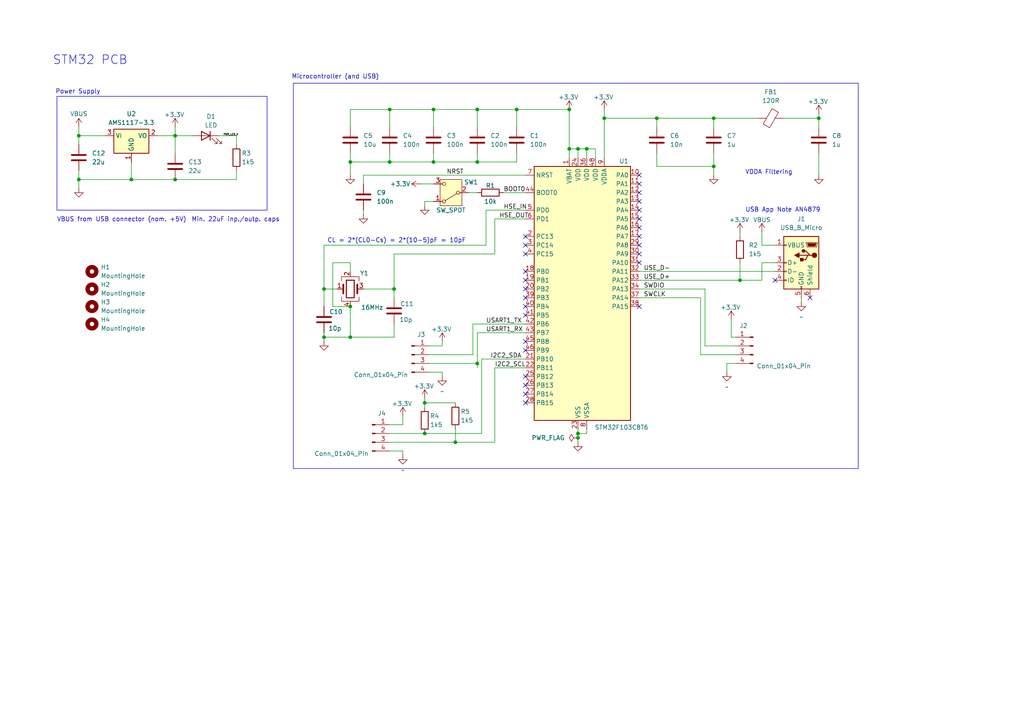
<source format=kicad_sch>
(kicad_sch (version 20231120) (generator "eeschema") (generator_version "8.0")
  (paper "A4")
  (title_block (title "PCB") (date "2025-01-07") (rev "0.1") (company "B"))
  (lib_symbols
    (symbol "Connector:Conn_01x04_Pin" (pin_names (offset 1.016) hide)
      (property "Reference" "J" (at 0 5.08 0))
      (property "Value" "Conn_01x04_Pin" (at 0 -7.62 0))
      (symbol "Conn_01x04_Pin_1_1"
        (polyline (pts (xy 1.27 -5.08) (xy 0.8636 -5.08)) (stroke (width 0.1524)))
        (polyline (pts (xy 1.27 -2.54) (xy 0.8636 -2.54)) (stroke (width 0.1524)))
        (polyline (pts (xy 1.27 0) (xy 0.8636 0)) (stroke (width 0.1524)))
        (polyline (pts (xy 1.27 2.54) (xy 0.8636 2.54)) (stroke (width 0.1524)))
        (rectangle (start 0.8636 -4.953) (end 0 -5.207) (stroke (width 0.1524)) (fill (type outline)))
        (rectangle (start 0.8636 -2.413) (end 0 -2.667) (stroke (width 0.1524)) (fill (type outline)))
        (rectangle (start 0.8636 0.127) (end 0 -0.127) (stroke (width 0.1524)) (fill (type outline)))
        (rectangle (start 0.8636 2.667) (end 0 2.413) (stroke (width 0.1524)) (fill (type outline)))
        (pin passive line (at 5.08 2.54 180) (length 3.81) (name "Pin_1") (number "1"))
        (pin passive line (at 5.08 0 180) (length 3.81) (name "Pin_2") (number "2"))
        (pin passive line (at 5.08 -2.54 180) (length 3.81) (name "Pin_3") (number "3"))
        (pin passive line (at 5.08 -5.08 180) (length 3.81) (name "Pin_4") (number "4"))
      )
    )
    (symbol "Connector:USB_B_Micro" (pin_names (offset 1.016))
      (property "Reference" "J" (at -5.08 11.43 0))
      (property "Value" "USB_B_Micro" (at -5.08 8.89 0))
      (symbol "USB_B_Micro_0_1"
        (rectangle (start -5.08 -7.62) (end 5.08 7.62) (stroke (width 0.254)) (fill (type background)))
        (circle (center -3.81 2.159) (radius 0.635) (stroke (width 0.254)) (fill (type outline)))
        (circle (center -0.635 3.429) (radius 0.381) (stroke (width 0.254)) (fill (type outline)))
        (rectangle (start -0.127 -7.62) (end 0.127 -6.858))
        (polyline (pts (xy -1.905 2.159) (xy 0.635 2.159)) (stroke (width 0.254)))
        (polyline (pts (xy -3.175 2.159) (xy -2.54 2.159) (xy -1.27 3.429) (xy -0.635 3.429)) (stroke (width 0.254)))
        (polyline (pts (xy -2.54 2.159) (xy -1.905 2.159) (xy -1.27 0.889) (xy 0 0.889)) (stroke (width 0.254)))
        (polyline (pts (xy 0.635 2.794) (xy 0.635 1.524) (xy 1.905 2.159) (xy 0.635 2.794)) (stroke (width 0.254)) (fill (type outline)))
        (polyline (pts (xy -4.318 5.588) (xy -1.778 5.588) (xy -2.032 4.826) (xy -4.064 4.826) (xy -4.318 5.588)) (fill (type outline)))
        (polyline (pts (xy -4.699 5.842) (xy -4.699 5.588) (xy -4.445 4.826) (xy -4.445 4.572) (xy -1.651 4.572) (xy -1.651 4.826) (xy -1.397 5.588) (xy -1.397 5.842) (xy -4.699 5.842)))
        (rectangle (start 0.254 1.27) (end -0.508 0.508) (stroke (width 0.254)) (fill (type outline)))
        (rectangle (start 5.08 -5.207) (end 4.318 -4.953))
        (rectangle (start 5.08 -2.667) (end 4.318 -2.413))
        (rectangle (start 5.08 -0.127) (end 4.318 0.127))
        (rectangle (start 5.08 4.953) (end 4.318 5.207))
      )
      (symbol "USB_B_Micro_1_1"
        (pin power_out line (at 7.62 5.08 180) (length 2.54) (name "VBUS") (number "1"))
        (pin bidirectional line (at 7.62 -2.54 180) (length 2.54) (name "D-") (number "2"))
        (pin bidirectional line (at 7.62 0 180) (length 2.54) (name "D+") (number "3"))
        (pin passive line (at 7.62 -5.08 180) (length 2.54) (name "ID") (number "4"))
        (pin power_out line (at 0 -10.16 90) (length 2.54) (name "GND") (number "5"))
        (pin passive line (at -2.54 -10.16 90) (length 2.54) (name "Shield") (number "6"))
      )
    )
    (symbol "Device:C" (pin_numbers hide) (pin_names (offset 0.254))
      (property "Reference" "C" (at 0.635 2.54 0))
      (property "Value" "C" (at 0.635 -2.54 0))
      (symbol "C_0_1"
        (polyline (pts (xy -2.032 -0.762) (xy 2.032 -0.762)) (stroke (width 0.508)))
        (polyline (pts (xy -2.032 0.762) (xy 2.032 0.762)) (stroke (width 0.508)))
      )
      (symbol "C_1_1"
        (pin passive line (at 0 3.81 270) (length 2.794) (name "~") (number "1"))
        (pin passive line (at 0 -3.81 90) (length 2.794) (name "~") (number "2"))
      )
    )
    (symbol "Device:Crystal_GND24" (pin_names (offset 1.016) hide)
      (property "Reference" "Y" (at 3.175 5.08 0))
      (property "Value" "Crystal_GND24" (at 3.175 3.175 0))
      (symbol "Crystal_GND24_0_1"
        (rectangle (start -1.143 2.54) (end 1.143 -2.54) (stroke (width 0.3048)))
        (polyline (pts (xy -2.54 0) (xy -2.032 0)))
        (polyline (pts (xy -2.032 -1.27) (xy -2.032 1.27)) (stroke (width 0.508)))
        (polyline (pts (xy 0 -3.81) (xy 0 -3.556)))
        (polyline (pts (xy 0 3.556) (xy 0 3.81)))
        (polyline (pts (xy 2.032 -1.27) (xy 2.032 1.27)) (stroke (width 0.508)))
        (polyline (pts (xy 2.032 0) (xy 2.54 0)))
        (polyline (pts (xy -2.54 -2.286) (xy -2.54 -3.556) (xy 2.54 -3.556) (xy 2.54 -2.286)))
        (polyline (pts (xy -2.54 2.286) (xy -2.54 3.556) (xy 2.54 3.556) (xy 2.54 2.286)))
      )
      (symbol "Crystal_GND24_1_1"
        (pin passive line (at -3.81 0 0) (length 1.27) (name "1") (number "1"))
        (pin passive line (at 0 5.08 270) (length 1.27) (name "2") (number "2"))
        (pin passive line (at 3.81 0 180) (length 1.27) (name "3") (number "3"))
        (pin passive line (at 0 -5.08 90) (length 1.27) (name "4") (number "4"))
      )
    )
    (symbol "Device:FerriteBead" (pin_numbers hide) (pin_names (offset 0))
      (property "Reference" "FB" (at -3.81 0.635 90))
      (property "Value" "FerriteBead" (at 3.81 0 90))
      (symbol "FerriteBead_0_1"
        (polyline (pts (xy 0 -1.27) (xy 0 -1.2192)))
        (polyline (pts (xy 0 1.27) (xy 0 1.2954)))
        (polyline (pts (xy -2.7686 0.4064) (xy -1.7018 2.2606) (xy 2.7686 -0.3048) (xy 1.6764 -2.159) (xy -2.7686 0.4064)))
      )
      (symbol "FerriteBead_1_1"
        (pin passive line (at 0 3.81 270) (length 2.54) (name "~") (number "1"))
        (pin passive line (at 0 -3.81 90) (length 2.54) (name "~") (number "2"))
      )
    )
    (symbol "Device:LED" (pin_numbers hide) (pin_names (offset 1.016) hide)
      (property "Reference" "D" (at 0 2.54 0))
      (property "Value" "LED" (at 0 -2.54 0))
      (symbol "LED_0_1"
        (polyline (pts (xy -1.27 -1.27) (xy -1.27 1.27)) (stroke (width 0.254)))
        (polyline (pts (xy -1.27 0) (xy 1.27 0)))
        (polyline (pts (xy 1.27 -1.27) (xy 1.27 1.27) (xy -1.27 0) (xy 1.27 -1.27)) (stroke (width 0.254)))
        (polyline (pts (xy -3.048 -0.762) (xy -4.572 -2.286) (xy -3.81 -2.286) (xy -4.572 -2.286) (xy -4.572 -1.524)))
        (polyline (pts (xy -1.778 -0.762) (xy -3.302 -2.286) (xy -2.54 -2.286) (xy -3.302 -2.286) (xy -3.302 -1.524)))
      )
      (symbol "LED_1_1"
        (pin passive line (at -3.81 0 0) (length 2.54) (name "K") (number "1"))
        (pin passive line (at 3.81 0 180) (length 2.54) (name "A") (number "2"))
      )
    )
    (symbol "Device:R" (pin_numbers hide) (pin_names (offset 0))
      (property "Reference" "R" (at 2.032 0 90))
      (property "Value" "R" (at 0 0 90))
      (symbol "R_0_1"
        (rectangle (start -1.016 -2.54) (end 1.016 2.54) (stroke (width 0.254)))
      )
      (symbol "R_1_1"
        (pin passive line (at 0 3.81 270) (length 1.27) (name "~") (number "1"))
        (pin passive line (at 0 -3.81 90) (length 1.27) (name "~") (number "2"))
      )
    )
    (symbol "MCU_ST_STM32F1:STM32F103C8Tx"
      (property "Reference" "U" (at -12.7 39.37 0))
      (property "Value" "STM32F103C8Tx" (at 10.16 39.37 0))
      (symbol "STM32F103C8Tx_0_1"
        (rectangle (start -12.7 -35.56) (end 15.24 38.1) (stroke (width 0.254)) (fill (type background)))
      )
      (symbol "STM32F103C8Tx_1_1"
        (pin power_in line (at -2.54 40.64 270) (length 2.54) (name "VBAT") (number "1"))
        (pin bidirectional line (at 17.78 35.56 180) (length 2.54) (name "PA0") (number "10"))
        (pin bidirectional line (at 17.78 33.02 180) (length 2.54) (name "PA1") (number "11"))
        (pin bidirectional line (at 17.78 30.48 180) (length 2.54) (name "PA2") (number "12"))
        (pin bidirectional line (at 17.78 27.94 180) (length 2.54) (name "PA3") (number "13"))
        (pin bidirectional line (at 17.78 25.4 180) (length 2.54) (name "PA4") (number "14"))
        (pin bidirectional line (at 17.78 22.86 180) (length 2.54) (name "PA5") (number "15"))
        (pin bidirectional line (at 17.78 20.32 180) (length 2.54) (name "PA6") (number "16"))
        (pin bidirectional line (at 17.78 17.78 180) (length 2.54) (name "PA7") (number "17"))
        (pin bidirectional line (at -15.24 7.62 0) (length 2.54) (name "PB0") (number "18"))
        (pin bidirectional line (at -15.24 5.08 0) (length 2.54) (name "PB1") (number "19"))
        (pin bidirectional line (at -15.24 17.78 0) (length 2.54) (name "PC13") (number "2"))
        (pin bidirectional line (at -15.24 2.54 0) (length 2.54) (name "PB2") (number "20"))
        (pin bidirectional line (at -15.24 -17.78 0) (length 2.54) (name "PB10") (number "21"))
        (pin bidirectional line (at -15.24 -20.32 0) (length 2.54) (name "PB11") (number "22"))
        (pin power_in line (at 0 -38.1 90) (length 2.54) (name "VSS") (number "23"))
        (pin power_in line (at 0 40.64 270) (length 2.54) (name "VDD") (number "24"))
        (pin bidirectional line (at -15.24 -22.86 0) (length 2.54) (name "PB12") (number "25"))
        (pin bidirectional line (at -15.24 -25.4 0) (length 2.54) (name "PB13") (number "26"))
        (pin bidirectional line (at -15.24 -27.94 0) (length 2.54) (name "PB14") (number "27"))
        (pin bidirectional line (at -15.24 -30.48 0) (length 2.54) (name "PB15") (number "28"))
        (pin bidirectional line (at 17.78 15.24 180) (length 2.54) (name "PA8") (number "29"))
        (pin bidirectional line (at -15.24 15.24 0) (length 2.54) (name "PC14") (number "3"))
        (pin bidirectional line (at 17.78 12.7 180) (length 2.54) (name "PA9") (number "30"))
        (pin bidirectional line (at 17.78 10.16 180) (length 2.54) (name "PA10") (number "31"))
        (pin bidirectional line (at 17.78 7.62 180) (length 2.54) (name "PA11") (number "32"))
        (pin bidirectional line (at 17.78 5.08 180) (length 2.54) (name "PA12") (number "33"))
        (pin bidirectional line (at 17.78 2.54 180) (length 2.54) (name "PA13") (number "34"))
        (pin passive line (at 0 -38.1 90) (length 2.54) hide (name "VSS") (number "35"))
        (pin power_in line (at 2.54 40.64 270) (length 2.54) (name "VDD") (number "36"))
        (pin bidirectional line (at 17.78 0 180) (length 2.54) (name "PA14") (number "37"))
        (pin bidirectional line (at 17.78 -2.54 180) (length 2.54) (name "PA15") (number "38"))
        (pin bidirectional line (at -15.24 0 0) (length 2.54) (name "PB3") (number "39"))
        (pin bidirectional line (at -15.24 12.7 0) (length 2.54) (name "PC15") (number "4"))
        (pin bidirectional line (at -15.24 -2.54 0) (length 2.54) (name "PB4") (number "40"))
        (pin bidirectional line (at -15.24 -5.08 0) (length 2.54) (name "PB5") (number "41"))
        (pin bidirectional line (at -15.24 -7.62 0) (length 2.54) (name "PB6") (number "42"))
        (pin bidirectional line (at -15.24 -10.16 0) (length 2.54) (name "PB7") (number "43"))
        (pin input line (at -15.24 30.48 0) (length 2.54) (name "BOOT0") (number "44"))
        (pin bidirectional line (at -15.24 -12.7 0) (length 2.54) (name "PB8") (number "45"))
        (pin bidirectional line (at -15.24 -15.24 0) (length 2.54) (name "PB9") (number "46"))
        (pin passive line (at 0 -38.1 90) (length 2.54) hide (name "VSS") (number "47"))
        (pin power_in line (at 5.08 40.64 270) (length 2.54) (name "VDD") (number "48"))
        (pin bidirectional line (at -15.24 25.4 0) (length 2.54) (name "PD0") (number "5"))
        (pin bidirectional line (at -15.24 22.86 0) (length 2.54) (name "PD1") (number "6"))
        (pin input line (at -15.24 35.56 0) (length 2.54) (name "NRST") (number "7"))
        (pin power_in line (at 2.54 -38.1 90) (length 2.54) (name "VSSA") (number "8"))
        (pin power_in line (at 7.62 40.64 270) (length 2.54) (name "VDDA") (number "9"))
      )
    )
    (symbol "Mechanical:MountingHole" (pin_names (offset 1.016)) (exclude_from_sim yes) (in_bom no)
      (property "Reference" "H" (at 0 5.08 0))
      (property "Value" "MountingHole" (at 0 3.175 0))
      (symbol "MountingHole_0_1"
        (circle (center 0 0) (radius 1.27) (stroke (width 1.27)))
      )
    )
    (symbol "Regulator_Linear:AMS1117-3.3"
      (property "Reference" "U" (at -3.81 3.175 0))
      (property "Value" "AMS1117-3.3" (at 0 3.175 0))
      (symbol "AMS1117-3.3_0_1"
        (rectangle (start -5.08 -5.08) (end 5.08 1.905) (stroke (width 0.254)) (fill (type background)))
      )
      (symbol "AMS1117-3.3_1_1"
        (pin power_in line (at 0 -7.62 90) (length 2.54) (name "GND") (number "1"))
        (pin power_out line (at 7.62 0 180) (length 2.54) (name "VO") (number "2"))
        (pin power_in line (at -7.62 0 0) (length 2.54) (name "VI") (number "3"))
      )
    )
    (symbol "Switch:SW_SPDT" (pin_names (offset 0) hide)
      (property "Reference" "SW" (at 0 5.08 0))
      (property "Value" "SW_SPDT" (at 0 -5.08 0))
      (symbol "SW_SPDT_0_1"
        (circle (center -2.032 0) (radius 0.4572))
        (polyline (pts (xy -1.651 0.254) (xy 1.651 2.286)))
        (circle (center 2.032 -2.54) (radius 0.4572))
        (circle (center 2.032 2.54) (radius 0.4572))
      )
      (symbol "SW_SPDT_1_1"
        (rectangle (start -3.175 3.81) (end 3.175 -3.81) (fill (type background)))
        (pin passive line (at 5.08 2.54 180) (length 2.54) (name "A") (number "1"))
        (pin passive line (at -5.08 0 0) (length 2.54) (name "B") (number "2"))
        (pin passive line (at 5.08 -2.54 180) (length 2.54) (name "C") (number "3"))
      )
    )
    (symbol "power:+3.3V" (power) (pin_numbers hide) (pin_names (offset 0) hide)
      (property "Value" "+3.3V" (at 0 3.556 0))
      (symbol "+3.3V_0_1"
        (polyline (pts (xy -0.762 1.27) (xy 0 2.54)))
        (polyline (pts (xy 0 0) (xy 0 2.54)))
        (polyline (pts (xy 0 2.54) (xy 0.762 1.27)))
      )
      (symbol "+3.3V_1_1"
        (pin power_in line (at 0 0 90) (length 0) (name "~") (number "1"))
      )
    )
    (symbol "power:GND" (power) (pin_numbers hide) (pin_names (offset 0) hide)
      (property "Value" "GND" (at 0 -3.81 0))
      (symbol "GND_0_1"
        (polyline (pts (xy 0 0) (xy 0 -1.27) (xy 1.27 -1.27) (xy 0 -2.54) (xy -1.27 -1.27) (xy 0 -1.27)))
      )
      (symbol "GND_1_1"
        (pin power_in line (at 0 0 270) (length 0) (name "~") (number "1"))
      )
    )
    (symbol "power:PWR_FLAG" (power) (pin_numbers hide) (pin_names (offset 0) hide)
      (property "Value" "PWR_FLAG" (at 0 3.81 0))
      (symbol "PWR_FLAG_0_0"
        (pin power_out line (at 0 0 90) (length 0) (name "~") (number "1"))
      )
      (symbol "PWR_FLAG_0_1"
        (polyline (pts (xy 0 0) (xy 0 1.27) (xy -1.016 1.905) (xy 0 2.54) (xy 1.016 1.905) (xy 0 1.27)))
      )
    )
    (symbol "power:VBUS" (power) (pin_numbers hide) (pin_names (offset 0) hide)
      (property "Value" "VBUS" (at 0 3.556 0))
      (symbol "VBUS_0_1"
        (polyline (pts (xy -0.762 1.27) (xy 0 2.54)))
        (polyline (pts (xy 0 0) (xy 0 2.54)))
        (polyline (pts (xy 0 2.54) (xy 0.762 1.27)))
      )
      (symbol "VBUS_1_1"
        (pin power_in line (at 0 0 90) (length 0) (name "~") (number "1"))
      )
    )
  )
  (junction (at 113.03 31.75))
  (junction (at 38.1 52.07))
  (junction (at 138.43 105.41))
  (junction (at 113.03 46.99))
  (junction (at 138.43 31.75))
  (junction (at 93.98 83.82))
  (junction (at 167.64 125.73))
  (junction (at 123.19 116.84))
  (junction (at 22.86 39.37))
  (junction (at 125.73 31.75))
  (junction (at 125.73 46.99))
  (junction (at 93.98 97.79))
  (junction (at 214.63 81.28))
  (junction (at 167.64 43.18))
  (junction (at 175.26 34.29))
  (junction (at 138.43 46.99))
  (junction (at 22.86 52.07))
  (junction (at 101.6 46.99))
  (junction (at 149.86 31.75))
  (junction (at 190.5 34.29))
  (junction (at 167.64 127))
  (junction (at 50.8 39.37))
  (junction (at 207.01 34.29))
  (junction (at 114.3 83.82))
  (junction (at 123.19 125.73))
  (junction (at 132.08 128.27))
  (junction (at 101.6 88.9))
  (junction (at 50.8 52.07))
  (junction (at 165.1 31.75))
  (junction (at 101.6 97.79))
  (junction (at 207.01 48.26))
  (junction (at 170.18 43.18))
  (junction (at 237.49 34.29))
  (junction (at 165.1 43.18))
  (no_connect (at 152.4 99.06))
  (no_connect (at 185.42 53.34))
  (no_connect (at 152.4 68.58))
  (no_connect (at 152.4 78.74))
  (no_connect (at 185.42 71.12))
  (no_connect (at 152.4 86.36))
  (no_connect (at 152.4 101.6))
  (no_connect (at 224.79 81.28))
  (no_connect (at 152.4 83.82))
  (no_connect (at 185.42 88.9))
  (no_connect (at 234.95 86.36))
  (no_connect (at 185.42 76.2))
  (no_connect (at 152.4 71.12))
  (no_connect (at 185.42 55.88))
  (no_connect (at 185.42 63.5))
  (no_connect (at 185.42 60.96))
  (no_connect (at 152.4 114.3))
  (no_connect (at 152.4 91.44))
  (no_connect (at 152.4 111.76))
  (no_connect (at 152.4 116.84))
  (no_connect (at 185.42 58.42))
  (no_connect (at 185.42 50.8))
  (no_connect (at 185.42 73.66))
  (no_connect (at 152.4 81.28))
  (no_connect (at 185.42 68.58))
  (no_connect (at 152.4 73.66))
  (no_connect (at 152.4 88.9))
  (no_connect (at 185.42 66.04))
  (no_connect (at 152.4 109.22))
  (wire (pts (xy 114.3 93.98) (xy 114.3 97.79)))
  (wire (pts (xy 220.98 81.28) (xy 220.98 76.2)))
  (wire (pts (xy 68.58 39.37) (xy 68.58 41.91)))
  (wire (pts (xy 116.84 123.19) (xy 116.84 120.65)))
  (wire (pts (xy 113.03 46.99) (xy 113.03 44.45)))
  (wire (pts (xy 143.51 73.66) (xy 143.51 63.5)))
  (wire (pts (xy 167.64 124.46) (xy 167.64 125.73)))
  (wire (pts (xy 138.43 46.99) (xy 138.43 44.45)))
  (wire (pts (xy 140.97 71.12) (xy 93.98 71.12)))
  (wire (pts (xy 143.51 106.68) (xy 152.4 106.68)))
  (wire (pts (xy 113.03 31.75) (xy 101.6 31.75)))
  (wire (pts (xy 125.73 31.75) (xy 125.73 36.83)))
  (wire (pts (xy 22.86 52.07) (xy 22.86 54.61)))
  (wire (pts (xy 172.72 43.18) (xy 172.72 45.72)))
  (wire (pts (xy 212.09 92.71) (xy 212.09 97.79)))
  (wire (pts (xy 175.26 31.75) (xy 175.26 34.29)))
  (wire (pts (xy 220.98 76.2) (xy 224.79 76.2)))
  (wire (pts (xy 214.63 76.2) (xy 214.63 81.28)))
  (wire (pts (xy 138.43 96.52) (xy 152.4 96.52)))
  (wire (pts (xy 101.6 46.99) (xy 113.03 46.99)))
  (wire (pts (xy 138.43 31.75) (xy 138.43 36.83)))
  (wire (pts (xy 123.19 115.57) (xy 123.19 116.84)))
  (wire (pts (xy 137.16 93.98) (xy 137.16 102.87)))
  (wire (pts (xy 139.7 104.14) (xy 139.7 125.73)))
  (wire (pts (xy 138.43 31.75) (xy 125.73 31.75)))
  (wire (pts (xy 146.05 55.88) (xy 152.4 55.88)))
  (wire (pts (xy 175.26 34.29) (xy 175.26 45.72)))
  (wire (pts (xy 105.41 83.82) (xy 114.3 83.82)))
  (wire (pts (xy 149.86 31.75) (xy 138.43 31.75)))
  (wire (pts (xy 232.41 86.36) (xy 232.41 87.63)))
  (wire (pts (xy 138.43 106.68) (xy 138.43 105.41)))
  (wire (pts (xy 170.18 125.73) (xy 167.64 125.73)))
  (wire (pts (xy 135.89 55.88) (xy 138.43 55.88)))
  (wire (pts (xy 113.03 128.27) (xy 132.08 128.27)))
  (wire (pts (xy 93.98 83.82) (xy 93.98 88.9)))
  (wire (pts (xy 22.86 49.53) (xy 22.86 52.07)))
  (wire (pts (xy 170.18 43.18) (xy 172.72 43.18)))
  (wire (pts (xy 212.09 97.79) (xy 213.36 97.79)))
  (wire (pts (xy 113.03 130.81) (xy 116.84 130.81)))
  (wire (pts (xy 207.01 34.29) (xy 207.01 36.83)))
  (wire (pts (xy 214.63 67.31) (xy 214.63 68.58)))
  (wire (pts (xy 45.72 39.37) (xy 50.8 39.37)))
  (wire (pts (xy 138.43 96.52) (xy 138.43 105.41)))
  (wire (pts (xy 50.8 36.83) (xy 50.8 39.37)))
  (wire (pts (xy 124.46 105.41) (xy 138.43 105.41)))
  (wire (pts (xy 128.27 107.95) (xy 128.27 109.22)))
  (wire (pts (xy 101.6 88.9) (xy 101.6 97.79)))
  (wire (pts (xy 149.86 46.99) (xy 149.86 44.45)))
  (wire (pts (xy 204.47 100.33) (xy 213.36 100.33)))
  (wire (pts (xy 114.3 97.79) (xy 101.6 97.79)))
  (wire (pts (xy 137.16 102.87) (xy 124.46 102.87)))
  (wire (pts (xy 38.1 46.99) (xy 38.1 52.07)))
  (wire (pts (xy 207.01 34.29) (xy 219.71 34.29)))
  (wire (pts (xy 22.86 36.83) (xy 22.86 39.37)))
  (wire (pts (xy 101.6 78.74) (xy 101.6 76.2)))
  (wire (pts (xy 113.03 46.99) (xy 125.73 46.99)))
  (wire (pts (xy 203.2 86.36) (xy 203.2 102.87)))
  (wire (pts (xy 167.64 43.18) (xy 170.18 43.18)))
  (wire (pts (xy 132.08 116.84) (xy 123.19 116.84)))
  (wire (pts (xy 190.5 44.45) (xy 190.5 48.26)))
  (wire (pts (xy 125.73 58.42) (xy 123.19 58.42)))
  (wire (pts (xy 203.2 102.87) (xy 213.36 102.87)))
  (wire (pts (xy 125.73 46.99) (xy 138.43 46.99)))
  (wire (pts (xy 149.86 36.83) (xy 149.86 31.75)))
  (wire (pts (xy 93.98 97.79) (xy 93.98 99.06)))
  (wire (pts (xy 93.98 83.82) (xy 97.79 83.82)))
  (wire (pts (xy 140.97 60.96) (xy 152.4 60.96)))
  (wire (pts (xy 143.51 128.27) (xy 143.51 106.68)))
  (wire (pts (xy 105.41 50.8) (xy 105.41 53.34)))
  (wire (pts (xy 105.41 50.8) (xy 152.4 50.8)))
  (wire (pts (xy 93.98 71.12) (xy 93.98 83.82)))
  (wire (pts (xy 185.42 78.74) (xy 224.79 78.74)))
  (wire (pts (xy 93.98 97.79) (xy 101.6 97.79)))
  (wire (pts (xy 50.8 39.37) (xy 55.88 39.37)))
  (wire (pts (xy 113.03 125.73) (xy 123.19 125.73)))
  (wire (pts (xy 165.1 31.75) (xy 165.1 43.18)))
  (wire (pts (xy 121.92 53.34) (xy 125.73 53.34)))
  (wire (pts (xy 101.6 44.45) (xy 101.6 46.99)))
  (wire (pts (xy 237.49 34.29) (xy 237.49 36.83)))
  (wire (pts (xy 114.3 83.82) (xy 114.3 86.36)))
  (wire (pts (xy 237.49 44.45) (xy 237.49 50.8)))
  (wire (pts (xy 137.16 93.98) (xy 152.4 93.98)))
  (wire (pts (xy 123.19 116.84) (xy 123.19 118.11)))
  (wire (pts (xy 220.98 67.31) (xy 220.98 71.12)))
  (wire (pts (xy 125.73 31.75) (xy 113.03 31.75)))
  (wire (pts (xy 101.6 31.75) (xy 101.6 36.83)))
  (wire (pts (xy 138.43 46.99) (xy 149.86 46.99)))
  (wire (pts (xy 22.86 52.07) (xy 38.1 52.07)))
  (wire (pts (xy 143.51 63.5) (xy 152.4 63.5)))
  (wire (pts (xy 149.86 31.75) (xy 165.1 31.75)))
  (wire (pts (xy 132.08 124.46) (xy 132.08 128.27)))
  (wire (pts (xy 165.1 43.18) (xy 167.64 43.18)))
  (wire (pts (xy 105.41 60.96) (xy 105.41 62.23)))
  (wire (pts (xy 113.03 31.75) (xy 113.03 36.83)))
  (wire (pts (xy 170.18 43.18) (xy 170.18 45.72)))
  (wire (pts (xy 116.84 130.81) (xy 116.84 132.08)))
  (wire (pts (xy 220.98 71.12) (xy 224.79 71.12)))
  (wire (pts (xy 132.08 128.27) (xy 143.51 128.27)))
  (wire (pts (xy 125.73 46.99) (xy 125.73 44.45)))
  (wire (pts (xy 101.6 76.2) (xy 96.52 76.2)))
  (wire (pts (xy 140.97 60.96) (xy 140.97 71.12)))
  (wire (pts (xy 38.1 52.07) (xy 50.8 52.07)))
  (wire (pts (xy 139.7 104.14) (xy 152.4 104.14)))
  (wire (pts (xy 227.33 34.29) (xy 237.49 34.29)))
  (wire (pts (xy 190.5 34.29) (xy 175.26 34.29)))
  (wire (pts (xy 213.36 105.41) (xy 210.82 105.41)))
  (wire (pts (xy 22.86 39.37) (xy 22.86 41.91)))
  (wire (pts (xy 207.01 48.26) (xy 207.01 44.45)))
  (wire (pts (xy 190.5 36.83) (xy 190.5 34.29)))
  (wire (pts (xy 210.82 105.41) (xy 210.82 107.95)))
  (wire (pts (xy 167.64 125.73) (xy 167.64 127)))
  (wire (pts (xy 50.8 44.45) (xy 50.8 39.37)))
  (wire (pts (xy 93.98 96.52) (xy 93.98 97.79)))
  (wire (pts (xy 185.42 86.36) (xy 203.2 86.36)))
  (wire (pts (xy 167.64 128.27) (xy 167.64 127)))
  (wire (pts (xy 128.27 100.33) (xy 124.46 100.33)))
  (wire (pts (xy 128.27 99.06) (xy 128.27 100.33)))
  (wire (pts (xy 190.5 34.29) (xy 207.01 34.29)))
  (wire (pts (xy 68.58 49.53) (xy 68.58 52.07)))
  (wire (pts (xy 124.46 107.95) (xy 128.27 107.95)))
  (wire (pts (xy 101.6 46.99) (xy 101.6 50.8)))
  (wire (pts (xy 96.52 88.9) (xy 101.6 88.9)))
  (wire (pts (xy 123.19 125.73) (xy 139.7 125.73)))
  (wire (pts (xy 207.01 50.8) (xy 207.01 48.26)))
  (wire (pts (xy 96.52 76.2) (xy 96.52 88.9)))
  (wire (pts (xy 170.18 124.46) (xy 170.18 125.73)))
  (wire (pts (xy 237.49 34.29) (xy 237.49 33.02)))
  (wire (pts (xy 113.03 123.19) (xy 116.84 123.19)))
  (wire (pts (xy 190.5 48.26) (xy 207.01 48.26)))
  (wire (pts (xy 63.5 39.37) (xy 68.58 39.37)))
  (wire (pts (xy 167.64 43.18) (xy 167.64 45.72)))
  (wire (pts (xy 204.47 83.82) (xy 204.47 100.33)))
  (wire (pts (xy 68.58 52.07) (xy 50.8 52.07)))
  (wire (pts (xy 114.3 73.66) (xy 114.3 83.82)))
  (wire (pts (xy 185.42 83.82) (xy 204.47 83.82)))
  (wire (pts (xy 165.1 43.18) (xy 165.1 45.72)))
  (wire (pts (xy 123.19 58.42) (xy 123.19 59.69)))
  (wire (pts (xy 114.3 73.66) (xy 143.51 73.66)))
  (wire (pts (xy 185.42 81.28) (xy 214.63 81.28)))
  (wire (pts (xy 214.63 81.28) (xy 220.98 81.28)))
  (wire (pts (xy 30.48 39.37) (xy 22.86 39.37)))
  (rectangle (start 16.51 27.94) (end 77.47 60.96))
  (rectangle (start 85.09 24.13) (end 248.92 135.89))
  (text "CL = 2*(CL0-Cs) = 2*(10-5)pF = 10pF\n" (at 115.062 69.85 0) (effects (font (size 1.27 1.27))))
  (text "Min. 22uF inp./outp. caps" (at 68.326 63.754 0) (effects (font (size 1.27 1.27))))
  (text "STM32 PCB" (at 26.162 17.526 0) (effects (font (size 2.54 2.54))))
  (text "Power Supply" (at 22.606 26.67 0) (effects (font (size 1.27 1.27))))
  (text "VDDA Filtering" (at 223.012 50.038 0) (effects (font (size 1.27 1.27))))
  (text "Microcontroller (and USB)" (at 97.282 22.352 0) (effects (font (size 1.27 1.27))))
  (text "USB App Note AN4879\n" (at 227.076 60.96 0) (effects (font (size 1.27 1.27))))
  (text "VBUS from USB connector (nom. +5V)" (at 35.306 63.754 0) (effects (font (size 1.27 1.27))))
  (label "USE_D-" (at 186.69 78.74 0))
  (label "BOOT0" (at 146.05 55.88 0))
  (label "USART1_TX" (at 140.97 93.98 0))
  (label "HSE_IN" (at 146.05 60.96 0))
  (label "USART1_RX" (at 140.97 96.52 0))
  (label "I2C2_SDA" (at 142.24 104.14 0))
  (label "I2C2_SCL" (at 143.51 106.68 0))
  (label "USE_D+" (at 186.69 81.28 0))
  (label "SWCLK" (at 186.69 86.36 0))
  (label "NRST" (at 129.54 50.8 0))
  (label "SWDIO" (at 186.69 83.82 0))
  (label "PWR_LED_K" (at 64.77 39.37 0) (effects (font (size 0.508 0.508))))
  (label "HSE_OUT" (at 144.78 63.5 0))
  (symbol (lib_id "power:GND") (at 101.6 50.8 0) (unit 1)
    (property "Reference" "#PWR03" (effects (hide yes)))
    (property "Value" "GND" (effects (hide yes)))
    (property "Description" "Power symbol creates a global label with name \"GND\" , ground" (effects (hide yes)))
  )
  (symbol (lib_id "power:+3.3V") (at 175.26 31.75 0) (unit 1)
    (property "Reference" "#PWR04" (effects (hide yes)))
    (property "Value" "+3.3V" (at 175.006 28.194 0))
    (property "Description" "Power symbol creates a global label with name \"+3.3V\"" (effects (hide yes)))
  )
  (symbol (lib_id "Device:FerriteBead") (at 223.52 34.29 270) (unit 1)
    (property "Reference" "FB1" (at 223.5708 26.67 90))
    (property "Value" "120R" (at 223.5708 29.21 90))
    (property "Footprint" "Inductor_SMD:L_0603_1608Metric" (effects (hide yes)))
    (property "Description" "Ferrite bead" (effects (hide yes)))
  )
  (symbol (lib_id "Device:C") (at 93.98 92.71 0) (unit 1)
    (property "Reference" "C10" (at 95.504 90.424 0) (effects (justify left)))
    (property "Value" "10p" (at 95.25 95.25 0) (effects (justify left)))
    (property "Footprint" "Capacitor_SMD:C_0402_1005Metric" (effects (hide yes)))
    (property "Description" "Unpolarized capacitor" (effects (hide yes)))
  )
  (symbol (lib_id "Mechanical:MountingHole") (at 26.67 93.98 0) (unit 1) (exclude_from_sim yes) (in_bom no)
    (property "Reference" "H4" (at 29.21 92.7099 0) (effects (justify left)))
    (property "Value" "MountingHole" (at 29.21 95.2499 0) (effects (justify left)))
    (property "Footprint" "MountingHole:MountingHole_2.1mm" (effects (hide yes)))
    (property "Description" "Mounting Hole without connection" (effects (hide yes)))
  )
  (symbol (lib_id "Device:C") (at 207.01 40.64 0) (unit 1)
    (property "Reference" "C7" (at 210.82 39.3699 0) (effects (justify left)))
    (property "Value" "1u" (at 210.82 41.9099 0) (effects (justify left)))
    (property "Footprint" "Capacitor_SMD:C_0402_1005Metric" (effects (hide yes)))
    (property "Description" "Unpolarized capacitor" (effects (hide yes)))
  )
  (symbol (lib_id "Device:LED") (at 59.69 39.37 0) (mirror y) (unit 1)
    (property "Reference" "D1" (at 61.214 33.782 0))
    (property "Value" "LED" (at 61.214 36.322 0))
    (property "Footprint" "LED_SMD:LED_0805_2012Metric" (effects (hide yes)))
    (property "Description" "Light emitting diode" (effects (hide yes)))
  )
  (symbol (lib_id "power:+3.3V") (at 123.19 115.57 0) (unit 1)
    (property "Reference" "#PWR024" (effects (hide yes)))
    (property "Value" "+3.3V" (at 122.936 112.014 0))
    (property "Description" "Power symbol creates a global label with name \"+3.3V\"" (effects (hide yes)))
  )
  (symbol (lib_id "power:GND") (at 116.84 132.08 0) (unit 1)
    (property "Reference" "#PWR023" (effects (hide yes)))
    (property "Value" "~" (at 116.84 136.398 0))
    (property "Description" "Power symbol creates a global label with name \"GND\" , ground" (effects (hide yes)))
  )
  (symbol (lib_id "Device:R") (at 214.63 72.39 0) (unit 1)
    (property "Reference" "R2" (at 217.17 71.1199 0) (effects (justify left)))
    (property "Value" "1k5" (at 217.17 73.6599 0) (effects (justify left)))
    (property "Footprint" "Resistor_SMD:R_0402_1005Metric" (effects (hide yes)))
    (property "Description" "Resistor" (effects (hide yes)))
  )
  (symbol (lib_id "power:+3.3V") (at 121.92 53.34 90) (unit 1)
    (property "Reference" "#PWR010" (effects (hide yes)))
    (property "Value" "+3.3V" (at 116.078 53.34 90))
    (property "Description" "Power symbol creates a global label with name \"+3.3V\"" (effects (hide yes)))
  )
  (symbol (lib_id "Connector:Conn_01x04_Pin") (at 119.38 102.87 0) (unit 1)
    (property "Reference" "J3" (at 122.174 97.028 0))
    (property "Value" "Conn_01x04_Pin" (at 110.49 108.712 0))
    (property "Footprint" "Connector_PinHeader_2.54mm:PinHeader_1x04_P2.54mm_Vertical" (effects (hide yes)))
    (property "Description" "Generic connector, single row, 01x04, script generated" (effects (hide yes)))
  )
  (symbol (lib_id "Mechanical:MountingHole") (at 26.67 88.9 0) (unit 1) (exclude_from_sim yes) (in_bom no)
    (property "Reference" "H3" (at 29.21 87.6299 0) (effects (justify left)))
    (property "Value" "MountingHole" (at 29.21 90.1699 0) (effects (justify left)))
    (property "Footprint" "MountingHole:MountingHole_2.1mm" (effects (hide yes)))
    (property "Description" "Mounting Hole without connection" (effects (hide yes)))
  )
  (symbol (lib_id "power:+3.3V") (at 165.1 31.75 0) (unit 1)
    (property "Reference" "#PWR02" (effects (hide yes)))
    (property "Value" "+3.3V" (at 164.846 28.194 0))
    (property "Description" "Power symbol creates a global label with name \"+3.3V\"" (effects (hide yes)))
  )
  (symbol (lib_id "Device:C") (at 138.43 40.64 0) (unit 1)
    (property "Reference" "C2" (at 142.24 39.3699 0) (effects (justify left)))
    (property "Value" "100n" (at 142.24 41.9099 0) (effects (justify left)))
    (property "Footprint" "Capacitor_SMD:C_0402_1005Metric" (effects (hide yes)))
    (property "Description" "Unpolarized capacitor" (effects (hide yes)))
  )
  (symbol (lib_id "power:GND") (at 210.82 107.95 0) (unit 1)
    (property "Reference" "#PWR016" (effects (hide yes)))
    (property "Value" "~" (at 210.82 112.268 0))
    (property "Description" "Power symbol creates a global label with name \"GND\" , ground" (effects (hide yes)))
  )
  (symbol (lib_id "Switch:SW_SPDT") (at 130.81 55.88 180) (unit 1)
    (property "Reference" "SW1" (at 136.652 52.832 0))
    (property "Value" "SW_SPDT" (at 130.81 60.96 0))
    (property "Footprint" "Button_Switch_SMD:SW_SPDT_PCM12" (effects (hide yes)))
    (property "Description" "Switch, single pole double throw" (effects (hide yes)))
  )
  (symbol (lib_id "Mechanical:MountingHole") (at 26.67 83.82 0) (unit 1) (exclude_from_sim yes) (in_bom no)
    (property "Reference" "H2" (at 29.21 82.5499 0) (effects (justify left)))
    (property "Value" "MountingHole" (at 29.21 85.0899 0) (effects (justify left)))
    (property "Footprint" "MountingHole:MountingHole_2.1mm" (effects (hide yes)))
    (property "Description" "Mounting Hole without connection" (effects (hide yes)))
  )
  (symbol (lib_id "Connector:USB_B_Micro") (at 232.41 76.2 0) (mirror y) (unit 1)
    (property "Reference" "J1" (at 232.41 63.5 0))
    (property "Value" "USB_B_Micro" (at 232.41 66.04 0))
    (property "Footprint" "Connector_USB:USB_Micro-B_Wuerth_629105150521" (effects (hide yes)))
    (property "Description" "USB Micro Type B connector" (effects (hide yes)))
  )
  (symbol (lib_id "Mechanical:MountingHole") (at 26.67 78.74 0) (unit 1) (exclude_from_sim yes) (in_bom no)
    (property "Reference" "H1" (at 29.21 77.4699 0) (effects (justify left)))
    (property "Value" "MountingHole" (at 29.21 80.0099 0) (effects (justify left)))
    (property "Footprint" "MountingHole:MountingHole_2.1mm" (effects (hide yes)))
    (property "Description" "Mounting Hole without connection" (effects (hide yes)))
  )
  (symbol (lib_id "Connector:Conn_01x04_Pin") (at 107.95 125.73 0) (unit 1)
    (property "Reference" "J4" (at 110.744 119.888 0))
    (property "Value" "Conn_01x04_Pin" (at 99.06 131.572 0))
    (property "Footprint" "Connector_PinHeader_2.54mm:PinHeader_1x04_P2.54mm_Vertical" (effects (hide yes)))
    (property "Description" "Generic connector, single row, 01x04, script generated" (effects (hide yes)))
  )
  (symbol (lib_id "Device:C") (at 101.6 40.64 0) (unit 1)
    (property "Reference" "C5" (at 105.41 39.3699 0) (effects (justify left)))
    (property "Value" "10u" (at 105.41 41.9099 0) (effects (justify left)))
    (property "Footprint" "Capacitor_SMD:C_0603_1608Metric" (effects (hide yes)))
    (property "Description" "Unpolarized capacitor" (effects (hide yes)))
  )
  (symbol (lib_id "power:+3.3V") (at 214.63 67.31 0) (unit 1)
    (property "Reference" "#PWR014" (effects (hide yes)))
    (property "Value" "+3.3V" (at 214.376 63.754 0))
    (property "Description" "Power symbol creates a global label with name \"+3.3V\"" (effects (hide yes)))
  )
  (symbol (lib_id "Device:R") (at 68.58 45.72 0) (unit 1)
    (property "Reference" "R3" (at 70.104 44.45 0) (effects (justify left)))
    (property "Value" "1k5" (at 70.104 46.99 0) (effects (justify left)))
    (property "Footprint" "Resistor_SMD:R_0402_1005Metric" (effects (hide yes)))
    (property "Description" "Resistor" (effects (hide yes)))
  )
  (symbol (lib_id "power:PWR_FLAG") (at 167.64 127 90) (unit 1)
    (property "Reference" "#FLG01" (effects (hide yes)))
    (property "Value" "PWR_FLAG" (at 163.83 126.9999 90) (effects (justify left)))
    (property "Description" "Special symbol for telling ERC where power comes from" (effects (hide yes)))
  )
  (symbol (lib_id "Device:C") (at 237.49 40.64 0) (unit 1)
    (property "Reference" "C8" (at 241.3 39.3699 0) (effects (justify left)))
    (property "Value" "1u" (at 241.3 41.9099 0) (effects (justify left)))
    (property "Footprint" "Capacitor_SMD:C_0402_1005Metric" (effects (hide yes)))
    (property "Description" "Unpolarized capacitor" (effects (hide yes)))
  )
  (symbol (lib_id "power:GND") (at 93.98 99.06 0) (unit 1)
    (property "Reference" "#PWR011" (effects (hide yes)))
    (property "Value" "GND" (effects (hide yes)))
    (property "Description" "Power symbol creates a global label with name \"GND\" , ground" (effects (hide yes)))
  )
  (symbol (lib_id "power:GND") (at 207.01 50.8 0) (unit 1)
    (property "Reference" "#PWR05" (effects (hide yes)))
    (property "Value" "GND" (effects (hide yes)))
    (property "Description" "Power symbol creates a global label with name \"GND\" , ground" (effects (hide yes)))
  )
  (symbol (lib_id "Device:R") (at 123.19 121.92 0) (unit 1)
    (property "Reference" "R4" (at 124.714 120.65 0) (effects (justify left)))
    (property "Value" "1k5" (at 124.714 123.19 0) (effects (justify left)))
    (property "Footprint" "Resistor_SMD:R_0402_1005Metric" (effects (hide yes)))
    (property "Description" "Resistor" (effects (hide yes)))
  )
  (symbol (lib_id "power:+3.3V") (at 116.84 120.65 0) (unit 1)
    (property "Reference" "#PWR021" (effects (hide yes)))
    (property "Value" "+3.3V" (at 116.586 117.094 0))
    (property "Description" "Power symbol creates a global label with name \"+3.3V\"" (effects (hide yes)))
  )
  (symbol (lib_id "Device:C") (at 105.41 57.15 0) (unit 1)
    (property "Reference" "C9" (at 109.22 55.8799 0) (effects (justify left)))
    (property "Value" "100n" (at 109.22 58.4199 0) (effects (justify left)))
    (property "Footprint" "Capacitor_SMD:C_0402_1005Metric" (effects (hide yes)))
    (property "Description" "Unpolarized capacitor" (effects (hide yes)))
  )
  (symbol (lib_id "Device:C") (at 50.8 48.26 0) (unit 1)
    (property "Reference" "C13" (at 54.61 46.9899 0) (effects (justify left)))
    (property "Value" "22u" (at 54.61 49.5299 0) (effects (justify left)))
    (property "Footprint" "Capacitor_SMD:C_0805_2012Metric" (effects (hide yes)))
    (property "Description" "Unpolarized capacitor" (effects (hide yes)))
  )
  (symbol (lib_id "power:+3.3V") (at 212.09 92.71 0) (unit 1)
    (property "Reference" "#PWR015" (effects (hide yes)))
    (property "Value" "+3.3V" (at 211.836 89.154 0))
    (property "Description" "Power symbol creates a global label with name \"+3.3V\"" (effects (hide yes)))
  )
  (symbol (lib_id "power:GND") (at 22.86 54.61 0) (unit 1)
    (property "Reference" "#PWR017" (effects (hide yes)))
    (property "Value" "GND" (effects (hide yes)))
    (property "Description" "Power symbol creates a global label with name \"GND\" , ground" (effects (hide yes)))
  )
  (symbol (lib_id "Device:R") (at 142.24 55.88 90) (mirror x) (unit 1)
    (property "Reference" "R1" (at 142.24 53.848 90))
    (property "Value" "10k" (at 142.24 58.42 90))
    (property "Footprint" "Resistor_SMD:R_0402_1005Metric" (effects (hide yes)))
    (property "Description" "Resistor" (effects (hide yes)))
  )
  (symbol (lib_id "Connector:Conn_01x04_Pin") (at 218.44 100.33 0) (mirror y) (unit 1)
    (property "Reference" "J2" (at 215.646 94.488 0))
    (property "Value" "Conn_01x04_Pin" (at 227.33 106.172 0))
    (property "Footprint" "Connector_PinHeader_2.54mm:PinHeader_1x04_P2.54mm_Vertical" (effects (hide yes)))
    (property "Description" "Generic connector, single row, 01x04, script generated" (effects (hide yes)))
  )
  (symbol (lib_id "Device:Crystal_GND24") (at 101.6 83.82 0) (unit 1)
    (property "Reference" "Y1" (at 105.664 79.248 0))
    (property "Value" "16MHz" (at 107.95 89.154 0))
    (property "Footprint" "Crystal:Crystal_SMD_3225-4Pin_3.2x2.5mm" (effects (hide yes)))
    (property "Description" "Four pin crystal, GND on pins 2 and 4" (effects (hide yes)))
  )
  (symbol (lib_id "power:+3.3V") (at 128.27 99.06 0) (unit 1)
    (property "Reference" "#PWR020" (effects (hide yes)))
    (property "Value" "+3.3V" (at 128.016 95.504 0))
    (property "Description" "Power symbol creates a global label with name \"+3.3V\"" (effects (hide yes)))
  )
  (symbol (lib_id "Device:C") (at 125.73 40.64 0) (unit 1)
    (property "Reference" "C3" (at 129.54 39.3699 0) (effects (justify left)))
    (property "Value" "100n" (at 129.54 41.9099 0) (effects (justify left)))
    (property "Footprint" "Capacitor_SMD:C_0402_1005Metric" (effects (hide yes)))
    (property "Description" "Unpolarized capacitor" (effects (hide yes)))
  )
  (symbol (lib_id "Device:C") (at 114.3 90.17 0) (unit 1)
    (property "Reference" "C11" (at 116.078 88.138 0) (effects (justify left)))
    (property "Value" "10p" (at 115.824 92.71 0) (effects (justify left)))
    (property "Footprint" "Capacitor_SMD:C_0402_1005Metric" (effects (hide yes)))
    (property "Description" "Unpolarized capacitor" (effects (hide yes)))
  )
  (symbol (lib_id "power:VBUS") (at 220.98 67.31 0) (unit 1)
    (property "Reference" "#PWR013" (effects (hide yes)))
    (property "Value" "VBUS" (at 220.98 63.754 0))
    (property "Description" "Power symbol creates a global label with name \"VBUS\"" (effects (hide yes)))
  )
  (symbol (lib_id "Device:C") (at 113.03 40.64 0) (unit 1)
    (property "Reference" "C4" (at 116.84 39.3699 0) (effects (justify left)))
    (property "Value" "100n" (at 116.84 41.9099 0) (effects (justify left)))
    (property "Footprint" "Capacitor_SMD:C_0402_1005Metric" (effects (hide yes)))
    (property "Description" "Unpolarized capacitor" (effects (hide yes)))
  )
  (symbol (lib_id "power:GND") (at 232.41 87.63 0) (unit 1)
    (property "Reference" "#PWR012" (effects (hide yes)))
    (property "Value" "~" (at 232.41 91.948 0))
    (property "Description" "Power symbol creates a global label with name \"GND\" , ground" (effects (hide yes)))
  )
  (symbol (lib_id "power:GND") (at 167.64 128.27 0) (unit 1)
    (property "Reference" "#PWR01" (effects (hide yes)))
    (property "Value" "GND" (effects (hide yes)))
    (property "Description" "Power symbol creates a global label with name \"GND\" , ground" (effects (hide yes)))
  )
  (symbol (lib_id "Device:C") (at 190.5 40.64 0) (unit 1)
    (property "Reference" "C6" (at 194.31 39.3699 0) (effects (justify left)))
    (property "Value" "10n" (at 194.31 41.9099 0) (effects (justify left)))
    (property "Footprint" "Capacitor_SMD:C_0402_1005Metric" (effects (hide yes)))
    (property "Description" "Unpolarized capacitor" (effects (hide yes)))
  )
  (symbol (lib_id "Device:C") (at 149.86 40.64 0) (unit 1)
    (property "Reference" "C1" (at 153.67 39.3699 0) (effects (justify left)))
    (property "Value" "100n" (at 153.67 41.9099 0) (effects (justify left)))
    (property "Footprint" "Capacitor_SMD:C_0402_1005Metric" (effects (hide yes)))
    (property "Description" "Unpolarized capacitor" (effects (hide yes)))
  )
  (symbol (lib_id "MCU_ST_STM32F1:STM32F103C8Tx") (at 167.64 86.36 0) (unit 1)
    (property "Reference" "U1" (at 179.578 46.736 0) (effects (justify left)))
    (property "Value" "STM32F103C8T6" (at 172.466 123.952 0) (effects (justify left)))
    (property "Footprint" "Package_QFP:LQFP-48_7x7mm_P0.5mm" (effects (hide yes)))
    (property "Datasheet" "https://www.st.com/resource/en/datasheet/stm32f103c8.pdf" (effects (hide yes)))
    (property "Description" "STMicroelectronics Arm Cortex-M3 MCU, 64KB flash, 20KB RAM, 72 MHz, 2.0-3.6V, 37 GPIO, LQFP48" (effects (hide yes)))
  )
  (symbol (lib_id "power:GND") (at 105.41 62.23 0) (unit 1)
    (property "Reference" "#PWR08" (effects (hide yes)))
    (property "Value" "GND" (effects (hide yes)))
    (property "Description" "Power symbol creates a global label with name \"GND\" , ground" (effects (hide yes)))
  )
  (symbol (lib_id "Device:R") (at 132.08 120.65 0) (unit 1)
    (property "Reference" "R5" (at 133.604 119.38 0) (effects (justify left)))
    (property "Value" "1k5" (at 133.604 121.92 0) (effects (justify left)))
    (property "Footprint" "Resistor_SMD:R_0402_1005Metric" (effects (hide yes)))
    (property "Description" "Resistor" (effects (hide yes)))
  )
  (symbol (lib_id "Device:C") (at 22.86 45.72 0) (unit 1)
    (property "Reference" "C12" (at 26.67 44.4499 0) (effects (justify left)))
    (property "Value" "22u" (at 26.67 46.9899 0) (effects (justify left)))
    (property "Footprint" "Capacitor_SMD:C_0805_2012Metric" (effects (hide yes)))
    (property "Description" "Unpolarized capacitor" (effects (hide yes)))
  )
  (symbol (lib_id "power:+3.3V") (at 50.8 36.83 0) (unit 1)
    (property "Reference" "#PWR018" (effects (hide yes)))
    (property "Value" "+3.3V" (at 50.546 33.274 0))
    (property "Description" "Power symbol creates a global label with name \"+3.3V\"" (effects (hide yes)))
  )
  (symbol (lib_id "Regulator_Linear:AMS1117-3.3") (at 38.1 39.37 0) (unit 1)
    (property "Reference" "U2" (at 38.1 33.02 0))
    (property "Value" "AMS1117-3.3" (at 38.1 35.56 0))
    (property "Footprint" "Package_TO_SOT_SMD:SOT-223-3_TabPin2" (effects (hide yes)))
    (property "Datasheet" "http://www.advanced-monolithic.com/pdf/ds1117.pdf" (effects (hide yes)))
    (property "Description" "1A Low Dropout regulator, positive, 3.3V fixed output, SOT-223" (effects (hide yes)))
  )
  (symbol (lib_id "power:GND") (at 237.49 50.8 0) (unit 1)
    (property "Reference" "#PWR07" (effects (hide yes)))
    (property "Value" "GND" (effects (hide yes)))
    (property "Description" "Power symbol creates a global label with name \"GND\" , ground" (effects (hide yes)))
  )
  (symbol (lib_id "power:+3.3V") (at 237.49 33.02 0) (unit 1)
    (property "Reference" "#PWR06" (effects (hide yes)))
    (property "Value" "+3.3V" (at 237.236 29.464 0))
    (property "Description" "Power symbol creates a global label with name \"+3.3V\"" (effects (hide yes)))
  )
  (symbol (lib_id "power:VBUS") (at 22.86 36.83 0) (unit 1)
    (property "Reference" "#PWR019" (effects (hide yes)))
    (property "Value" "VBUS" (at 22.86 33.02 0))
    (property "Description" "Power symbol creates a global label with name \"VBUS\"" (effects (hide yes)))
  )
  (symbol (lib_id "power:GND") (at 128.27 109.22 0) (unit 1)
    (property "Reference" "#PWR022" (effects (hide yes)))
    (property "Value" "~" (at 128.27 113.538 0))
    (property "Description" "Power symbol creates a global label with name \"GND\" , ground" (effects (hide yes)))
  )
  (symbol (lib_id "power:GND") (at 123.19 59.69 0) (unit 1)
    (property "Reference" "#PWR09" (effects (hide yes)))
    (property "Value" "GND" (effects (hide yes)))
    (property "Description" "Power symbol creates a global label with name \"GND\" , ground" (effects (hide yes)))
  )
)
</source>
